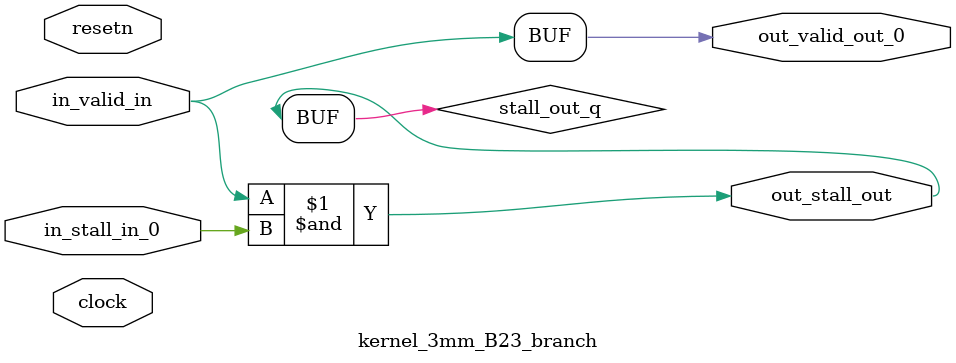
<source format=sv>



(* altera_attribute = "-name AUTO_SHIFT_REGISTER_RECOGNITION OFF; -name MESSAGE_DISABLE 10036; -name MESSAGE_DISABLE 10037; -name MESSAGE_DISABLE 14130; -name MESSAGE_DISABLE 14320; -name MESSAGE_DISABLE 15400; -name MESSAGE_DISABLE 14130; -name MESSAGE_DISABLE 10036; -name MESSAGE_DISABLE 12020; -name MESSAGE_DISABLE 12030; -name MESSAGE_DISABLE 12010; -name MESSAGE_DISABLE 12110; -name MESSAGE_DISABLE 14320; -name MESSAGE_DISABLE 13410; -name MESSAGE_DISABLE 113007; -name MESSAGE_DISABLE 10958" *)
module kernel_3mm_B23_branch (
    input wire [0:0] in_stall_in_0,
    input wire [0:0] in_valid_in,
    output wire [0:0] out_stall_out,
    output wire [0:0] out_valid_out_0,
    input wire clock,
    input wire resetn
    );

    wire [0:0] stall_out_q;


    // stall_out(LOGICAL,6)
    assign stall_out_q = in_valid_in & in_stall_in_0;

    // out_stall_out(GPOUT,4)
    assign out_stall_out = stall_out_q;

    // out_valid_out_0(GPOUT,5)
    assign out_valid_out_0 = in_valid_in;

endmodule

</source>
